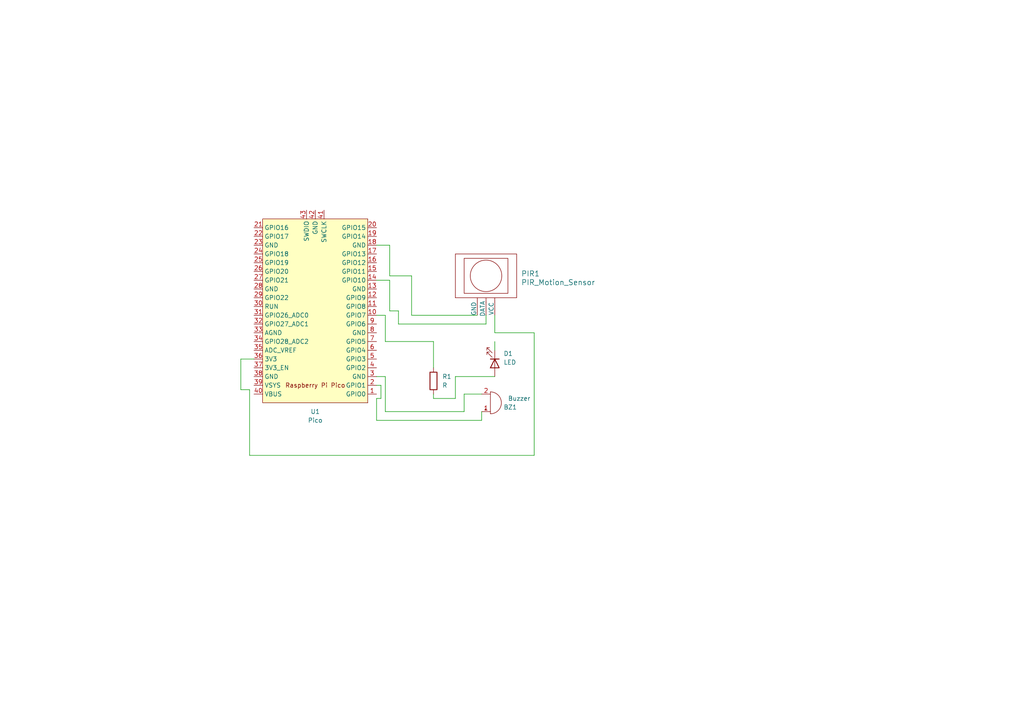
<source format=kicad_sch>
(kicad_sch
	(version 20231120)
	(generator "eeschema")
	(generator_version "8.0")
	(uuid "92fef9a1-26f9-4a9e-92b9-256fe58a9168")
	(paper "A4")
	(lib_symbols
		(symbol "Device:Buzzer"
			(pin_names
				(offset 0.0254) hide)
			(exclude_from_sim no)
			(in_bom yes)
			(on_board yes)
			(property "Reference" "BZ"
				(at 3.81 1.27 0)
				(effects
					(font
						(size 1.27 1.27)
					)
					(justify left)
				)
			)
			(property "Value" "Buzzer"
				(at 3.81 -1.27 0)
				(effects
					(font
						(size 1.27 1.27)
					)
					(justify left)
				)
			)
			(property "Footprint" ""
				(at -0.635 2.54 90)
				(effects
					(font
						(size 1.27 1.27)
					)
					(hide yes)
				)
			)
			(property "Datasheet" "~"
				(at -0.635 2.54 90)
				(effects
					(font
						(size 1.27 1.27)
					)
					(hide yes)
				)
			)
			(property "Description" "Buzzer, polarized"
				(at 0 0 0)
				(effects
					(font
						(size 1.27 1.27)
					)
					(hide yes)
				)
			)
			(property "ki_keywords" "quartz resonator ceramic"
				(at 0 0 0)
				(effects
					(font
						(size 1.27 1.27)
					)
					(hide yes)
				)
			)
			(property "ki_fp_filters" "*Buzzer*"
				(at 0 0 0)
				(effects
					(font
						(size 1.27 1.27)
					)
					(hide yes)
				)
			)
			(symbol "Buzzer_0_1"
				(arc
					(start 0 -3.175)
					(mid 3.1612 0)
					(end 0 3.175)
					(stroke
						(width 0)
						(type default)
					)
					(fill
						(type none)
					)
				)
				(polyline
					(pts
						(xy -1.651 1.905) (xy -1.143 1.905)
					)
					(stroke
						(width 0)
						(type default)
					)
					(fill
						(type none)
					)
				)
				(polyline
					(pts
						(xy -1.397 2.159) (xy -1.397 1.651)
					)
					(stroke
						(width 0)
						(type default)
					)
					(fill
						(type none)
					)
				)
				(polyline
					(pts
						(xy 0 3.175) (xy 0 -3.175)
					)
					(stroke
						(width 0)
						(type default)
					)
					(fill
						(type none)
					)
				)
			)
			(symbol "Buzzer_1_1"
				(pin passive line
					(at -2.54 2.54 0)
					(length 2.54)
					(name "+"
						(effects
							(font
								(size 1.27 1.27)
							)
						)
					)
					(number "1"
						(effects
							(font
								(size 1.27 1.27)
							)
						)
					)
				)
				(pin passive line
					(at -2.54 -2.54 0)
					(length 2.54)
					(name "-"
						(effects
							(font
								(size 1.27 1.27)
							)
						)
					)
					(number "2"
						(effects
							(font
								(size 1.27 1.27)
							)
						)
					)
				)
			)
		)
		(symbol "Device:LED"
			(pin_numbers hide)
			(pin_names
				(offset 1.016) hide)
			(exclude_from_sim no)
			(in_bom yes)
			(on_board yes)
			(property "Reference" "D"
				(at 0 2.54 0)
				(effects
					(font
						(size 1.27 1.27)
					)
				)
			)
			(property "Value" "LED"
				(at 0 -2.54 0)
				(effects
					(font
						(size 1.27 1.27)
					)
				)
			)
			(property "Footprint" ""
				(at 0 0 0)
				(effects
					(font
						(size 1.27 1.27)
					)
					(hide yes)
				)
			)
			(property "Datasheet" "~"
				(at 0 0 0)
				(effects
					(font
						(size 1.27 1.27)
					)
					(hide yes)
				)
			)
			(property "Description" "Light emitting diode"
				(at 0 0 0)
				(effects
					(font
						(size 1.27 1.27)
					)
					(hide yes)
				)
			)
			(property "ki_keywords" "LED diode"
				(at 0 0 0)
				(effects
					(font
						(size 1.27 1.27)
					)
					(hide yes)
				)
			)
			(property "ki_fp_filters" "LED* LED_SMD:* LED_THT:*"
				(at 0 0 0)
				(effects
					(font
						(size 1.27 1.27)
					)
					(hide yes)
				)
			)
			(symbol "LED_0_1"
				(polyline
					(pts
						(xy -1.27 -1.27) (xy -1.27 1.27)
					)
					(stroke
						(width 0.254)
						(type default)
					)
					(fill
						(type none)
					)
				)
				(polyline
					(pts
						(xy -1.27 0) (xy 1.27 0)
					)
					(stroke
						(width 0)
						(type default)
					)
					(fill
						(type none)
					)
				)
				(polyline
					(pts
						(xy 1.27 -1.27) (xy 1.27 1.27) (xy -1.27 0) (xy 1.27 -1.27)
					)
					(stroke
						(width 0.254)
						(type default)
					)
					(fill
						(type none)
					)
				)
				(polyline
					(pts
						(xy -3.048 -0.762) (xy -4.572 -2.286) (xy -3.81 -2.286) (xy -4.572 -2.286) (xy -4.572 -1.524)
					)
					(stroke
						(width 0)
						(type default)
					)
					(fill
						(type none)
					)
				)
				(polyline
					(pts
						(xy -1.778 -0.762) (xy -3.302 -2.286) (xy -2.54 -2.286) (xy -3.302 -2.286) (xy -3.302 -1.524)
					)
					(stroke
						(width 0)
						(type default)
					)
					(fill
						(type none)
					)
				)
			)
			(symbol "LED_1_1"
				(pin passive line
					(at -3.81 0 0)
					(length 2.54)
					(name "K"
						(effects
							(font
								(size 1.27 1.27)
							)
						)
					)
					(number "1"
						(effects
							(font
								(size 1.27 1.27)
							)
						)
					)
				)
				(pin passive line
					(at 3.81 0 180)
					(length 2.54)
					(name "A"
						(effects
							(font
								(size 1.27 1.27)
							)
						)
					)
					(number "2"
						(effects
							(font
								(size 1.27 1.27)
							)
						)
					)
				)
			)
		)
		(symbol "Device:R"
			(pin_numbers hide)
			(pin_names
				(offset 0)
			)
			(exclude_from_sim no)
			(in_bom yes)
			(on_board yes)
			(property "Reference" "R"
				(at 2.032 0 90)
				(effects
					(font
						(size 1.27 1.27)
					)
				)
			)
			(property "Value" "R"
				(at 0 0 90)
				(effects
					(font
						(size 1.27 1.27)
					)
				)
			)
			(property "Footprint" ""
				(at -1.778 0 90)
				(effects
					(font
						(size 1.27 1.27)
					)
					(hide yes)
				)
			)
			(property "Datasheet" "~"
				(at 0 0 0)
				(effects
					(font
						(size 1.27 1.27)
					)
					(hide yes)
				)
			)
			(property "Description" "Resistor"
				(at 0 0 0)
				(effects
					(font
						(size 1.27 1.27)
					)
					(hide yes)
				)
			)
			(property "ki_keywords" "R res resistor"
				(at 0 0 0)
				(effects
					(font
						(size 1.27 1.27)
					)
					(hide yes)
				)
			)
			(property "ki_fp_filters" "R_*"
				(at 0 0 0)
				(effects
					(font
						(size 1.27 1.27)
					)
					(hide yes)
				)
			)
			(symbol "R_0_1"
				(rectangle
					(start -1.016 -2.54)
					(end 1.016 2.54)
					(stroke
						(width 0.254)
						(type default)
					)
					(fill
						(type none)
					)
				)
			)
			(symbol "R_1_1"
				(pin passive line
					(at 0 3.81 270)
					(length 1.27)
					(name "~"
						(effects
							(font
								(size 1.27 1.27)
							)
						)
					)
					(number "1"
						(effects
							(font
								(size 1.27 1.27)
							)
						)
					)
				)
				(pin passive line
					(at 0 -3.81 90)
					(length 1.27)
					(name "~"
						(effects
							(font
								(size 1.27 1.27)
							)
						)
					)
					(number "2"
						(effects
							(font
								(size 1.27 1.27)
							)
						)
					)
				)
			)
		)
		(symbol "MCU_RaspberryPi_and_Boards:Pico"
			(exclude_from_sim no)
			(in_bom yes)
			(on_board yes)
			(property "Reference" "U"
				(at -13.97 27.94 0)
				(effects
					(font
						(size 1.27 1.27)
					)
				)
			)
			(property "Value" "Pico"
				(at 0 19.05 0)
				(effects
					(font
						(size 1.27 1.27)
					)
				)
			)
			(property "Footprint" "RPi_Pico:RPi_Pico_SMD_TH"
				(at 0 0 90)
				(effects
					(font
						(size 1.27 1.27)
					)
					(hide yes)
				)
			)
			(property "Datasheet" ""
				(at 0 0 0)
				(effects
					(font
						(size 1.27 1.27)
					)
					(hide yes)
				)
			)
			(property "Description" ""
				(at 0 0 0)
				(effects
					(font
						(size 1.27 1.27)
					)
					(hide yes)
				)
			)
			(symbol "Pico_0_0"
				(text "Raspberry Pi Pico"
					(at 0 21.59 0)
					(effects
						(font
							(size 1.27 1.27)
						)
					)
				)
			)
			(symbol "Pico_0_1"
				(rectangle
					(start -15.24 26.67)
					(end 15.24 -26.67)
					(stroke
						(width 0)
						(type default)
					)
					(fill
						(type background)
					)
				)
			)
			(symbol "Pico_1_1"
				(pin bidirectional line
					(at -17.78 24.13 0)
					(length 2.54)
					(name "GPIO0"
						(effects
							(font
								(size 1.27 1.27)
							)
						)
					)
					(number "1"
						(effects
							(font
								(size 1.27 1.27)
							)
						)
					)
				)
				(pin bidirectional line
					(at -17.78 1.27 0)
					(length 2.54)
					(name "GPIO7"
						(effects
							(font
								(size 1.27 1.27)
							)
						)
					)
					(number "10"
						(effects
							(font
								(size 1.27 1.27)
							)
						)
					)
				)
				(pin bidirectional line
					(at -17.78 -1.27 0)
					(length 2.54)
					(name "GPIO8"
						(effects
							(font
								(size 1.27 1.27)
							)
						)
					)
					(number "11"
						(effects
							(font
								(size 1.27 1.27)
							)
						)
					)
				)
				(pin bidirectional line
					(at -17.78 -3.81 0)
					(length 2.54)
					(name "GPIO9"
						(effects
							(font
								(size 1.27 1.27)
							)
						)
					)
					(number "12"
						(effects
							(font
								(size 1.27 1.27)
							)
						)
					)
				)
				(pin power_in line
					(at -17.78 -6.35 0)
					(length 2.54)
					(name "GND"
						(effects
							(font
								(size 1.27 1.27)
							)
						)
					)
					(number "13"
						(effects
							(font
								(size 1.27 1.27)
							)
						)
					)
				)
				(pin bidirectional line
					(at -17.78 -8.89 0)
					(length 2.54)
					(name "GPIO10"
						(effects
							(font
								(size 1.27 1.27)
							)
						)
					)
					(number "14"
						(effects
							(font
								(size 1.27 1.27)
							)
						)
					)
				)
				(pin bidirectional line
					(at -17.78 -11.43 0)
					(length 2.54)
					(name "GPIO11"
						(effects
							(font
								(size 1.27 1.27)
							)
						)
					)
					(number "15"
						(effects
							(font
								(size 1.27 1.27)
							)
						)
					)
				)
				(pin bidirectional line
					(at -17.78 -13.97 0)
					(length 2.54)
					(name "GPIO12"
						(effects
							(font
								(size 1.27 1.27)
							)
						)
					)
					(number "16"
						(effects
							(font
								(size 1.27 1.27)
							)
						)
					)
				)
				(pin bidirectional line
					(at -17.78 -16.51 0)
					(length 2.54)
					(name "GPIO13"
						(effects
							(font
								(size 1.27 1.27)
							)
						)
					)
					(number "17"
						(effects
							(font
								(size 1.27 1.27)
							)
						)
					)
				)
				(pin power_in line
					(at -17.78 -19.05 0)
					(length 2.54)
					(name "GND"
						(effects
							(font
								(size 1.27 1.27)
							)
						)
					)
					(number "18"
						(effects
							(font
								(size 1.27 1.27)
							)
						)
					)
				)
				(pin bidirectional line
					(at -17.78 -21.59 0)
					(length 2.54)
					(name "GPIO14"
						(effects
							(font
								(size 1.27 1.27)
							)
						)
					)
					(number "19"
						(effects
							(font
								(size 1.27 1.27)
							)
						)
					)
				)
				(pin bidirectional line
					(at -17.78 21.59 0)
					(length 2.54)
					(name "GPIO1"
						(effects
							(font
								(size 1.27 1.27)
							)
						)
					)
					(number "2"
						(effects
							(font
								(size 1.27 1.27)
							)
						)
					)
				)
				(pin bidirectional line
					(at -17.78 -24.13 0)
					(length 2.54)
					(name "GPIO15"
						(effects
							(font
								(size 1.27 1.27)
							)
						)
					)
					(number "20"
						(effects
							(font
								(size 1.27 1.27)
							)
						)
					)
				)
				(pin bidirectional line
					(at 17.78 -24.13 180)
					(length 2.54)
					(name "GPIO16"
						(effects
							(font
								(size 1.27 1.27)
							)
						)
					)
					(number "21"
						(effects
							(font
								(size 1.27 1.27)
							)
						)
					)
				)
				(pin bidirectional line
					(at 17.78 -21.59 180)
					(length 2.54)
					(name "GPIO17"
						(effects
							(font
								(size 1.27 1.27)
							)
						)
					)
					(number "22"
						(effects
							(font
								(size 1.27 1.27)
							)
						)
					)
				)
				(pin power_in line
					(at 17.78 -19.05 180)
					(length 2.54)
					(name "GND"
						(effects
							(font
								(size 1.27 1.27)
							)
						)
					)
					(number "23"
						(effects
							(font
								(size 1.27 1.27)
							)
						)
					)
				)
				(pin bidirectional line
					(at 17.78 -16.51 180)
					(length 2.54)
					(name "GPIO18"
						(effects
							(font
								(size 1.27 1.27)
							)
						)
					)
					(number "24"
						(effects
							(font
								(size 1.27 1.27)
							)
						)
					)
				)
				(pin bidirectional line
					(at 17.78 -13.97 180)
					(length 2.54)
					(name "GPIO19"
						(effects
							(font
								(size 1.27 1.27)
							)
						)
					)
					(number "25"
						(effects
							(font
								(size 1.27 1.27)
							)
						)
					)
				)
				(pin bidirectional line
					(at 17.78 -11.43 180)
					(length 2.54)
					(name "GPIO20"
						(effects
							(font
								(size 1.27 1.27)
							)
						)
					)
					(number "26"
						(effects
							(font
								(size 1.27 1.27)
							)
						)
					)
				)
				(pin bidirectional line
					(at 17.78 -8.89 180)
					(length 2.54)
					(name "GPIO21"
						(effects
							(font
								(size 1.27 1.27)
							)
						)
					)
					(number "27"
						(effects
							(font
								(size 1.27 1.27)
							)
						)
					)
				)
				(pin power_in line
					(at 17.78 -6.35 180)
					(length 2.54)
					(name "GND"
						(effects
							(font
								(size 1.27 1.27)
							)
						)
					)
					(number "28"
						(effects
							(font
								(size 1.27 1.27)
							)
						)
					)
				)
				(pin bidirectional line
					(at 17.78 -3.81 180)
					(length 2.54)
					(name "GPIO22"
						(effects
							(font
								(size 1.27 1.27)
							)
						)
					)
					(number "29"
						(effects
							(font
								(size 1.27 1.27)
							)
						)
					)
				)
				(pin power_in line
					(at -17.78 19.05 0)
					(length 2.54)
					(name "GND"
						(effects
							(font
								(size 1.27 1.27)
							)
						)
					)
					(number "3"
						(effects
							(font
								(size 1.27 1.27)
							)
						)
					)
				)
				(pin input line
					(at 17.78 -1.27 180)
					(length 2.54)
					(name "RUN"
						(effects
							(font
								(size 1.27 1.27)
							)
						)
					)
					(number "30"
						(effects
							(font
								(size 1.27 1.27)
							)
						)
					)
				)
				(pin bidirectional line
					(at 17.78 1.27 180)
					(length 2.54)
					(name "GPIO26_ADC0"
						(effects
							(font
								(size 1.27 1.27)
							)
						)
					)
					(number "31"
						(effects
							(font
								(size 1.27 1.27)
							)
						)
					)
				)
				(pin bidirectional line
					(at 17.78 3.81 180)
					(length 2.54)
					(name "GPIO27_ADC1"
						(effects
							(font
								(size 1.27 1.27)
							)
						)
					)
					(number "32"
						(effects
							(font
								(size 1.27 1.27)
							)
						)
					)
				)
				(pin power_in line
					(at 17.78 6.35 180)
					(length 2.54)
					(name "AGND"
						(effects
							(font
								(size 1.27 1.27)
							)
						)
					)
					(number "33"
						(effects
							(font
								(size 1.27 1.27)
							)
						)
					)
				)
				(pin bidirectional line
					(at 17.78 8.89 180)
					(length 2.54)
					(name "GPIO28_ADC2"
						(effects
							(font
								(size 1.27 1.27)
							)
						)
					)
					(number "34"
						(effects
							(font
								(size 1.27 1.27)
							)
						)
					)
				)
				(pin power_in line
					(at 17.78 11.43 180)
					(length 2.54)
					(name "ADC_VREF"
						(effects
							(font
								(size 1.27 1.27)
							)
						)
					)
					(number "35"
						(effects
							(font
								(size 1.27 1.27)
							)
						)
					)
				)
				(pin power_in line
					(at 17.78 13.97 180)
					(length 2.54)
					(name "3V3"
						(effects
							(font
								(size 1.27 1.27)
							)
						)
					)
					(number "36"
						(effects
							(font
								(size 1.27 1.27)
							)
						)
					)
				)
				(pin input line
					(at 17.78 16.51 180)
					(length 2.54)
					(name "3V3_EN"
						(effects
							(font
								(size 1.27 1.27)
							)
						)
					)
					(number "37"
						(effects
							(font
								(size 1.27 1.27)
							)
						)
					)
				)
				(pin bidirectional line
					(at 17.78 19.05 180)
					(length 2.54)
					(name "GND"
						(effects
							(font
								(size 1.27 1.27)
							)
						)
					)
					(number "38"
						(effects
							(font
								(size 1.27 1.27)
							)
						)
					)
				)
				(pin power_in line
					(at 17.78 21.59 180)
					(length 2.54)
					(name "VSYS"
						(effects
							(font
								(size 1.27 1.27)
							)
						)
					)
					(number "39"
						(effects
							(font
								(size 1.27 1.27)
							)
						)
					)
				)
				(pin bidirectional line
					(at -17.78 16.51 0)
					(length 2.54)
					(name "GPIO2"
						(effects
							(font
								(size 1.27 1.27)
							)
						)
					)
					(number "4"
						(effects
							(font
								(size 1.27 1.27)
							)
						)
					)
				)
				(pin power_in line
					(at 17.78 24.13 180)
					(length 2.54)
					(name "VBUS"
						(effects
							(font
								(size 1.27 1.27)
							)
						)
					)
					(number "40"
						(effects
							(font
								(size 1.27 1.27)
							)
						)
					)
				)
				(pin input line
					(at -2.54 -29.21 90)
					(length 2.54)
					(name "SWCLK"
						(effects
							(font
								(size 1.27 1.27)
							)
						)
					)
					(number "41"
						(effects
							(font
								(size 1.27 1.27)
							)
						)
					)
				)
				(pin power_in line
					(at 0 -29.21 90)
					(length 2.54)
					(name "GND"
						(effects
							(font
								(size 1.27 1.27)
							)
						)
					)
					(number "42"
						(effects
							(font
								(size 1.27 1.27)
							)
						)
					)
				)
				(pin bidirectional line
					(at 2.54 -29.21 90)
					(length 2.54)
					(name "SWDIO"
						(effects
							(font
								(size 1.27 1.27)
							)
						)
					)
					(number "43"
						(effects
							(font
								(size 1.27 1.27)
							)
						)
					)
				)
				(pin bidirectional line
					(at -17.78 13.97 0)
					(length 2.54)
					(name "GPIO3"
						(effects
							(font
								(size 1.27 1.27)
							)
						)
					)
					(number "5"
						(effects
							(font
								(size 1.27 1.27)
							)
						)
					)
				)
				(pin bidirectional line
					(at -17.78 11.43 0)
					(length 2.54)
					(name "GPIO4"
						(effects
							(font
								(size 1.27 1.27)
							)
						)
					)
					(number "6"
						(effects
							(font
								(size 1.27 1.27)
							)
						)
					)
				)
				(pin bidirectional line
					(at -17.78 8.89 0)
					(length 2.54)
					(name "GPIO5"
						(effects
							(font
								(size 1.27 1.27)
							)
						)
					)
					(number "7"
						(effects
							(font
								(size 1.27 1.27)
							)
						)
					)
				)
				(pin power_in line
					(at -17.78 6.35 0)
					(length 2.54)
					(name "GND"
						(effects
							(font
								(size 1.27 1.27)
							)
						)
					)
					(number "8"
						(effects
							(font
								(size 1.27 1.27)
							)
						)
					)
				)
				(pin bidirectional line
					(at -17.78 3.81 0)
					(length 2.54)
					(name "GPIO6"
						(effects
							(font
								(size 1.27 1.27)
							)
						)
					)
					(number "9"
						(effects
							(font
								(size 1.27 1.27)
							)
						)
					)
				)
			)
		)
		(symbol "sensors:PIR_Motion_Sensor"
			(pin_numbers hide)
			(pin_names
				(offset 0)
			)
			(exclude_from_sim no)
			(in_bom yes)
			(on_board yes)
			(property "Reference" "PIR"
				(at 0 22.86 0)
				(effects
					(font
						(size 1.524 1.524)
					)
				)
			)
			(property "Value" "PIR_Motion_Sensor"
				(at 0 20.32 0)
				(effects
					(font
						(size 1.524 1.524)
					)
				)
			)
			(property "Footprint" ""
				(at 0 20.32 0)
				(effects
					(font
						(size 1.524 1.524)
					)
				)
			)
			(property "Datasheet" ""
				(at 0 20.32 0)
				(effects
					(font
						(size 1.524 1.524)
					)
				)
			)
			(property "Description" "PIR motion sensor"
				(at 0 0 0)
				(effects
					(font
						(size 1.27 1.27)
					)
					(hide yes)
				)
			)
			(property "ki_keywords" "motion, sensor, pyroelectric, infrared, ir"
				(at 0 0 0)
				(effects
					(font
						(size 1.27 1.27)
					)
					(hide yes)
				)
			)
			(symbol "PIR_Motion_Sensor_0_1"
				(rectangle
					(start -8.89 5.08)
					(end -8.89 5.08)
					(stroke
						(width 0)
						(type solid)
					)
					(fill
						(type none)
					)
				)
				(rectangle
					(start -8.89 5.08)
					(end 8.89 17.78)
					(stroke
						(width 0)
						(type solid)
					)
					(fill
						(type none)
					)
				)
				(rectangle
					(start -6.35 16.51)
					(end 6.35 6.35)
					(stroke
						(width 0)
						(type solid)
					)
					(fill
						(type none)
					)
				)
				(polyline
					(pts
						(xy -2.54 3.81) (xy -2.54 5.08)
					)
					(stroke
						(width 0)
						(type solid)
					)
					(fill
						(type none)
					)
				)
				(polyline
					(pts
						(xy 0 3.81) (xy 0 5.08)
					)
					(stroke
						(width 0)
						(type solid)
					)
					(fill
						(type none)
					)
				)
				(polyline
					(pts
						(xy 2.54 3.81) (xy 2.54 5.08)
					)
					(stroke
						(width 0)
						(type solid)
					)
					(fill
						(type none)
					)
				)
				(circle
					(center 0 11.43)
					(radius 4.572)
					(stroke
						(width 0)
						(type solid)
					)
					(fill
						(type none)
					)
				)
			)
			(symbol "PIR_Motion_Sensor_1_1"
				(pin power_in line
					(at -2.54 0 90)
					(length 3.81)
					(name "GND"
						(effects
							(font
								(size 1.27 1.27)
							)
						)
					)
					(number "1"
						(effects
							(font
								(size 1.27 1.27)
							)
						)
					)
				)
				(pin output line
					(at 0 0 90)
					(length 3.81)
					(name "DATA"
						(effects
							(font
								(size 1.27 1.27)
							)
						)
					)
					(number "2"
						(effects
							(font
								(size 1.27 1.27)
							)
						)
					)
				)
				(pin power_in line
					(at 2.54 0 90)
					(length 3.81)
					(name "VCC"
						(effects
							(font
								(size 1.27 1.27)
							)
						)
					)
					(number "3"
						(effects
							(font
								(size 1.27 1.27)
							)
						)
					)
				)
			)
		)
	)
	(wire
		(pts
			(xy 139.7 114.3) (xy 134.62 114.3)
		)
		(stroke
			(width 0)
			(type default)
		)
		(uuid "03a65049-9eae-4deb-add7-bb316ee7b5ab")
	)
	(wire
		(pts
			(xy 109.22 71.12) (xy 113.03 71.12)
		)
		(stroke
			(width 0)
			(type default)
		)
		(uuid "04004fa2-d324-455d-9579-42f4410396c5")
	)
	(wire
		(pts
			(xy 143.51 91.44) (xy 143.51 96.52)
		)
		(stroke
			(width 0)
			(type default)
		)
		(uuid "0acb629b-45ce-45ba-a364-d2aa2af87e95")
	)
	(wire
		(pts
			(xy 72.39 113.03) (xy 69.85 113.03)
		)
		(stroke
			(width 0)
			(type default)
		)
		(uuid "0f195e86-e1b8-4030-96af-ffb0eb837ec7")
	)
	(wire
		(pts
			(xy 143.51 109.22) (xy 132.08 109.22)
		)
		(stroke
			(width 0)
			(type default)
		)
		(uuid "1d35a495-6b13-4f03-af69-b6dc02429c4d")
	)
	(wire
		(pts
			(xy 134.62 119.38) (xy 111.76 119.38)
		)
		(stroke
			(width 0)
			(type default)
		)
		(uuid "2102a5c1-62ab-48ea-bf6d-2b9195b34948")
	)
	(wire
		(pts
			(xy 109.22 91.44) (xy 111.76 91.44)
		)
		(stroke
			(width 0)
			(type default)
		)
		(uuid "327f5d85-9c02-48a2-b1a3-aafcaf8cc0e4")
	)
	(wire
		(pts
			(xy 113.03 81.28) (xy 113.03 90.17)
		)
		(stroke
			(width 0)
			(type default)
		)
		(uuid "367d8fcb-bfd7-4605-8a0f-466bc1be31d4")
	)
	(wire
		(pts
			(xy 140.97 91.44) (xy 140.97 93.98)
		)
		(stroke
			(width 0)
			(type default)
		)
		(uuid "40178852-0797-4822-9d9d-de766929c477")
	)
	(wire
		(pts
			(xy 110.49 115.57) (xy 110.49 111.76)
		)
		(stroke
			(width 0)
			(type default)
		)
		(uuid "42bdd7e0-1946-4575-a282-e9d2d4000093")
	)
	(wire
		(pts
			(xy 154.94 96.52) (xy 154.94 132.08)
		)
		(stroke
			(width 0)
			(type default)
		)
		(uuid "4c330a92-3a91-4359-9a25-d95435028923")
	)
	(wire
		(pts
			(xy 119.38 80.01) (xy 113.03 80.01)
		)
		(stroke
			(width 0)
			(type default)
		)
		(uuid "52c679e6-1f8d-4a99-b391-02e8a6a6d855")
	)
	(wire
		(pts
			(xy 125.73 99.06) (xy 125.73 106.68)
		)
		(stroke
			(width 0)
			(type default)
		)
		(uuid "5bb73eb7-8a0d-49cc-8bd5-051dc5f1e5f1")
	)
	(wire
		(pts
			(xy 115.57 90.17) (xy 113.03 90.17)
		)
		(stroke
			(width 0)
			(type default)
		)
		(uuid "62b79c34-d4de-4eea-a60b-1dba6fd95470")
	)
	(wire
		(pts
			(xy 143.51 101.6) (xy 143.51 99.06)
		)
		(stroke
			(width 0)
			(type default)
		)
		(uuid "63dfa879-afe7-4f4d-b25f-2cc8c3026716")
	)
	(wire
		(pts
			(xy 72.39 132.08) (xy 72.39 113.03)
		)
		(stroke
			(width 0)
			(type default)
		)
		(uuid "6eabcf3f-13b0-490c-9828-616bf7964a01")
	)
	(wire
		(pts
			(xy 140.97 93.98) (xy 115.57 93.98)
		)
		(stroke
			(width 0)
			(type default)
		)
		(uuid "71826925-35fb-4626-b75b-dfa91c4af502")
	)
	(wire
		(pts
			(xy 125.73 114.3) (xy 125.73 115.57)
		)
		(stroke
			(width 0)
			(type default)
		)
		(uuid "76bbd2e6-e632-43b3-8df4-84b5c199e452")
	)
	(wire
		(pts
			(xy 109.22 81.28) (xy 113.03 81.28)
		)
		(stroke
			(width 0)
			(type default)
		)
		(uuid "90a5e5e5-212e-4231-b81e-08146db2df08")
	)
	(wire
		(pts
			(xy 111.76 109.22) (xy 109.22 109.22)
		)
		(stroke
			(width 0)
			(type default)
		)
		(uuid "977708e9-0595-4bba-a368-80919b93f0d7")
	)
	(wire
		(pts
			(xy 109.22 115.57) (xy 110.49 115.57)
		)
		(stroke
			(width 0)
			(type default)
		)
		(uuid "987d5102-5a07-4409-b10e-60eb25504318")
	)
	(wire
		(pts
			(xy 132.08 115.57) (xy 125.73 115.57)
		)
		(stroke
			(width 0)
			(type default)
		)
		(uuid "9c221717-215d-4d9b-9fa7-827034424882")
	)
	(wire
		(pts
			(xy 154.94 132.08) (xy 72.39 132.08)
		)
		(stroke
			(width 0)
			(type default)
		)
		(uuid "9e8a69f2-b36b-41ac-8456-15eace0d3067")
	)
	(wire
		(pts
			(xy 139.7 121.92) (xy 109.22 121.92)
		)
		(stroke
			(width 0)
			(type default)
		)
		(uuid "a17bb8db-9985-44f3-867d-eea607971381")
	)
	(wire
		(pts
			(xy 111.76 119.38) (xy 111.76 109.22)
		)
		(stroke
			(width 0)
			(type default)
		)
		(uuid "b454d1bc-0c13-4ec6-8d57-9eb395a58671")
	)
	(wire
		(pts
			(xy 132.08 109.22) (xy 132.08 115.57)
		)
		(stroke
			(width 0)
			(type default)
		)
		(uuid "ba79ef6d-e387-45ee-8501-bc1a37020bde")
	)
	(wire
		(pts
			(xy 111.76 99.06) (xy 111.76 91.44)
		)
		(stroke
			(width 0)
			(type default)
		)
		(uuid "be420de6-4066-4934-84ea-377325c5eb3d")
	)
	(wire
		(pts
			(xy 134.62 114.3) (xy 134.62 119.38)
		)
		(stroke
			(width 0)
			(type default)
		)
		(uuid "c1ab6c4a-f28a-4784-b9b3-bb9cfb4d750e")
	)
	(wire
		(pts
			(xy 119.38 91.44) (xy 119.38 80.01)
		)
		(stroke
			(width 0)
			(type default)
		)
		(uuid "cece8297-dd2b-4b0e-b466-e68d4aeee46d")
	)
	(wire
		(pts
			(xy 69.85 113.03) (xy 69.85 104.14)
		)
		(stroke
			(width 0)
			(type default)
		)
		(uuid "d409bd05-ebf0-43d8-a35f-e3291e0c6bb8")
	)
	(wire
		(pts
			(xy 139.7 119.38) (xy 139.7 121.92)
		)
		(stroke
			(width 0)
			(type default)
		)
		(uuid "d6059d0f-113e-4a4c-b017-18a478c75222")
	)
	(wire
		(pts
			(xy 125.73 99.06) (xy 111.76 99.06)
		)
		(stroke
			(width 0)
			(type default)
		)
		(uuid "d667c490-6d6c-40db-8ebf-42e59fbeb64a")
	)
	(wire
		(pts
			(xy 110.49 111.76) (xy 109.22 111.76)
		)
		(stroke
			(width 0)
			(type default)
		)
		(uuid "daa38c24-a232-4c69-8abf-c25eafb9caf2")
	)
	(wire
		(pts
			(xy 143.51 96.52) (xy 154.94 96.52)
		)
		(stroke
			(width 0)
			(type default)
		)
		(uuid "dd79b7b9-c925-48bc-a498-3006598ef35c")
	)
	(wire
		(pts
			(xy 138.43 91.44) (xy 119.38 91.44)
		)
		(stroke
			(width 0)
			(type default)
		)
		(uuid "dd964b01-fe92-45e1-a629-0e787aeda111")
	)
	(wire
		(pts
			(xy 115.57 93.98) (xy 115.57 90.17)
		)
		(stroke
			(width 0)
			(type default)
		)
		(uuid "e8594037-a335-46ea-8324-9e5a68c6086b")
	)
	(wire
		(pts
			(xy 69.85 104.14) (xy 73.66 104.14)
		)
		(stroke
			(width 0)
			(type default)
		)
		(uuid "f060a608-6e0b-42fa-8c1e-c856d6fff794")
	)
	(wire
		(pts
			(xy 109.22 121.92) (xy 109.22 115.57)
		)
		(stroke
			(width 0)
			(type default)
		)
		(uuid "f2699a92-c4fe-481b-9911-0e47a0872e5f")
	)
	(wire
		(pts
			(xy 113.03 80.01) (xy 113.03 71.12)
		)
		(stroke
			(width 0)
			(type default)
		)
		(uuid "fe5a2794-2008-4580-be73-855950f4c8e9")
	)
	(symbol
		(lib_id "Device:Buzzer")
		(at 142.24 116.84 0)
		(mirror x)
		(unit 1)
		(exclude_from_sim no)
		(in_bom yes)
		(on_board yes)
		(dnp no)
		(uuid "8b0f55ce-2577-4bbb-8ea8-7fa8c6e331ae")
		(property "Reference" "BZ1"
			(at 146.05 118.1101 0)
			(effects
				(font
					(size 1.27 1.27)
				)
				(justify left)
			)
		)
		(property "Value" "Buzzer"
			(at 147.32 115.57 0)
			(effects
				(font
					(size 1.27 1.27)
				)
				(justify left)
			)
		)
		(property "Footprint" "Buzzer_Beeper:Buzzer_12x9.5RM7.6"
			(at 141.605 119.38 90)
			(effects
				(font
					(size 1.27 1.27)
				)
				(hide yes)
			)
		)
		(property "Datasheet" "~"
			(at 141.605 119.38 90)
			(effects
				(font
					(size 1.27 1.27)
				)
				(hide yes)
			)
		)
		(property "Description" "Buzzer, polarized"
			(at 142.24 116.84 0)
			(effects
				(font
					(size 1.27 1.27)
				)
				(hide yes)
			)
		)
		(pin "2"
			(uuid "ea5bdc41-0807-4396-90a3-14a05e26b18c")
		)
		(pin "1"
			(uuid "0a4dc60c-3c5e-43db-a3bb-89dd7ec21bc2")
		)
		(instances
			(project "project 1"
				(path "/92fef9a1-26f9-4a9e-92b9-256fe58a9168"
					(reference "BZ1")
					(unit 1)
				)
			)
		)
	)
	(symbol
		(lib_id "sensors:PIR_Motion_Sensor")
		(at 140.97 91.44 0)
		(unit 1)
		(exclude_from_sim no)
		(in_bom yes)
		(on_board yes)
		(dnp no)
		(fields_autoplaced yes)
		(uuid "9a7af953-3c21-4e8e-93e9-53940ccd7dcb")
		(property "Reference" "PIR1"
			(at 151.13 79.3749 0)
			(effects
				(font
					(size 1.524 1.524)
				)
				(justify left)
			)
		)
		(property "Value" "PIR_Motion_Sensor"
			(at 151.13 81.9149 0)
			(effects
				(font
					(size 1.524 1.524)
				)
				(justify left)
			)
		)
		(property "Footprint" "Sensor_Motion:InvenSense_QFN-24_3x3mm_P0.4mm"
			(at 140.97 71.12 0)
			(effects
				(font
					(size 1.524 1.524)
				)
				(hide yes)
			)
		)
		(property "Datasheet" ""
			(at 140.97 71.12 0)
			(effects
				(font
					(size 1.524 1.524)
				)
			)
		)
		(property "Description" "PIR motion sensor"
			(at 140.97 91.44 0)
			(effects
				(font
					(size 1.27 1.27)
				)
				(hide yes)
			)
		)
		(pin "2"
			(uuid "39a5b5be-9e16-4380-87eb-d7ea8636e89f")
		)
		(pin "1"
			(uuid "490edb3d-5877-4a39-bfcf-ab78515641aa")
		)
		(pin "3"
			(uuid "ed9963c9-e269-4ae8-b2ba-66770eb3e9bf")
		)
		(instances
			(project "project 1"
				(path "/92fef9a1-26f9-4a9e-92b9-256fe58a9168"
					(reference "PIR1")
					(unit 1)
				)
			)
		)
	)
	(symbol
		(lib_id "Device:LED")
		(at 143.51 105.41 270)
		(unit 1)
		(exclude_from_sim no)
		(in_bom yes)
		(on_board yes)
		(dnp no)
		(fields_autoplaced yes)
		(uuid "dcad7c66-9759-47a2-9d61-048a7bc9637b")
		(property "Reference" "D1"
			(at 146.05 102.5524 90)
			(effects
				(font
					(size 1.27 1.27)
				)
				(justify left)
			)
		)
		(property "Value" "LED"
			(at 146.05 105.0924 90)
			(effects
				(font
					(size 1.27 1.27)
				)
				(justify left)
			)
		)
		(property "Footprint" "LED_THT:LED_D1.8mm_W1.8mm_H2.4mm_Horizontal_O1.27mm_Z1.6mm"
			(at 143.51 105.41 0)
			(effects
				(font
					(size 1.27 1.27)
				)
				(hide yes)
			)
		)
		(property "Datasheet" "~"
			(at 143.51 105.41 0)
			(effects
				(font
					(size 1.27 1.27)
				)
				(hide yes)
			)
		)
		(property "Description" "Light emitting diode"
			(at 143.51 105.41 0)
			(effects
				(font
					(size 1.27 1.27)
				)
				(hide yes)
			)
		)
		(pin "1"
			(uuid "421cbb95-2422-4c27-9e97-fd37a9452ad4")
		)
		(pin "2"
			(uuid "e23f1001-ed77-4fb7-a764-439d692fde07")
		)
		(instances
			(project "project 1"
				(path "/92fef9a1-26f9-4a9e-92b9-256fe58a9168"
					(reference "D1")
					(unit 1)
				)
			)
		)
	)
	(symbol
		(lib_id "MCU_RaspberryPi_and_Boards:Pico")
		(at 91.44 90.17 180)
		(unit 1)
		(exclude_from_sim no)
		(in_bom yes)
		(on_board yes)
		(dnp no)
		(fields_autoplaced yes)
		(uuid "ddf18a9d-9dbb-4a73-9b93-d115159de6f9")
		(property "Reference" "U1"
			(at 91.44 119.38 0)
			(effects
				(font
					(size 1.27 1.27)
				)
			)
		)
		(property "Value" "Pico"
			(at 91.44 121.92 0)
			(effects
				(font
					(size 1.27 1.27)
				)
			)
		)
		(property "Footprint" "MCU_RaspberryPi_and_Boards:RPi_Pico_SMD_TH"
			(at 91.44 90.17 90)
			(effects
				(font
					(size 1.27 1.27)
				)
				(hide yes)
			)
		)
		(property "Datasheet" ""
			(at 91.44 90.17 0)
			(effects
				(font
					(size 1.27 1.27)
				)
				(hide yes)
			)
		)
		(property "Description" ""
			(at 91.44 90.17 0)
			(effects
				(font
					(size 1.27 1.27)
				)
				(hide yes)
			)
		)
		(pin "34"
			(uuid "73c2205c-207f-47ce-a1f8-8e50b976fe63")
		)
		(pin "25"
			(uuid "71e4e764-5184-4b9a-845d-f1e76cba9d24")
		)
		(pin "28"
			(uuid "4920bdc0-76e5-4ad9-aa18-ce30b1383636")
		)
		(pin "24"
			(uuid "4f032740-c1f8-4e52-99ec-3908f6a2a35b")
		)
		(pin "38"
			(uuid "72b8230f-0bc5-42be-a169-ccb099031294")
		)
		(pin "19"
			(uuid "87332258-4518-494d-b5ac-d39b1b8ad04d")
		)
		(pin "42"
			(uuid "d23c6633-e484-48b7-b136-c7402405d7a9")
		)
		(pin "18"
			(uuid "32f96281-e84e-4169-8cd1-5a226e2608f6")
		)
		(pin "7"
			(uuid "d524de32-a836-4941-8f7a-ba698374b230")
		)
		(pin "39"
			(uuid "b582f682-7dae-4a9f-ab33-25a99abdfb13")
		)
		(pin "43"
			(uuid "0ea42beb-0f29-41e9-8af8-d5374ae4d648")
		)
		(pin "9"
			(uuid "e030df85-2834-46be-bf49-c5c2faa1da76")
		)
		(pin "22"
			(uuid "f6852806-4f6f-46c3-acf5-fc23fdb9f543")
		)
		(pin "3"
			(uuid "5726d23b-163e-409d-8153-2af14b6df636")
		)
		(pin "15"
			(uuid "fc982e24-98a3-4045-b822-cc70dda1fa0f")
		)
		(pin "26"
			(uuid "5662a25a-f622-478c-9742-d1e7b23b5d1c")
		)
		(pin "32"
			(uuid "1b4e475a-1dbb-4da7-bced-75a0fab9a8fb")
		)
		(pin "17"
			(uuid "0e4a2617-9336-4b12-a62c-b77f5c029757")
		)
		(pin "23"
			(uuid "3d2b4b9a-d177-41ae-bdc0-4041dfbe875c")
		)
		(pin "12"
			(uuid "67db42d2-eaa7-4514-b09a-e90b5b1be35d")
		)
		(pin "13"
			(uuid "54bfa307-5e06-45aa-aa91-d3005c105d74")
		)
		(pin "29"
			(uuid "83d885da-fdd6-417a-a2ef-c01dd63b3d3b")
		)
		(pin "30"
			(uuid "17fedb55-0acf-4cfb-acff-3b0a84a8eda8")
		)
		(pin "2"
			(uuid "255af258-0f72-469d-8123-03a8226f4e36")
		)
		(pin "14"
			(uuid "bcbd41cb-5852-44c8-b1dc-cb1d1af36ec1")
		)
		(pin "33"
			(uuid "6bcedee5-58b1-4aa7-9935-40c5fd7b7894")
		)
		(pin "16"
			(uuid "8d5fd5e5-3dd3-4742-8d30-4afb768cc278")
		)
		(pin "11"
			(uuid "b34a25ed-e297-4cb1-80e1-274cfd807f64")
		)
		(pin "40"
			(uuid "64258f88-5be5-4e5a-9ab1-4424e84a53be")
		)
		(pin "41"
			(uuid "55a5dcaa-428d-4df4-9626-55c78ecaa322")
		)
		(pin "21"
			(uuid "7c2a179b-bb71-4900-aaf8-d19e9c3fbd42")
		)
		(pin "31"
			(uuid "b2479127-1fcb-43f3-82c1-8ea4c414da8e")
		)
		(pin "35"
			(uuid "844d2a5d-a1ca-456d-a028-2350715e9be8")
		)
		(pin "36"
			(uuid "19053dd9-4bd0-4da5-bc9c-0a7e9ed8c05c")
		)
		(pin "5"
			(uuid "4353cabb-657a-46bd-8897-88a6d357af3c")
		)
		(pin "20"
			(uuid "2dfb93b7-5ab1-4d32-8131-97bcb4e967cd")
		)
		(pin "6"
			(uuid "1f28b059-c0d6-488c-afe7-c3e7beba0ff2")
		)
		(pin "27"
			(uuid "40644569-eca4-4162-a59a-2bba7aa47b16")
		)
		(pin "8"
			(uuid "e75ab0d8-e1a7-4d3d-88ec-d1421621c302")
		)
		(pin "37"
			(uuid "0de03801-fa92-4042-bf36-3358e582c013")
		)
		(pin "4"
			(uuid "e2beabcc-0f32-473f-bf7b-c335cd0ea9bd")
		)
		(pin "1"
			(uuid "23c52012-a2b0-49ad-9b9b-d5651ebb6402")
		)
		(pin "10"
			(uuid "0e3530a1-de4b-430b-b132-9fa61fd6125e")
		)
		(instances
			(project "project 1"
				(path "/92fef9a1-26f9-4a9e-92b9-256fe58a9168"
					(reference "U1")
					(unit 1)
				)
			)
		)
	)
	(symbol
		(lib_id "Device:R")
		(at 125.73 110.49 0)
		(unit 1)
		(exclude_from_sim no)
		(in_bom yes)
		(on_board yes)
		(dnp no)
		(fields_autoplaced yes)
		(uuid "df63707f-e609-40a5-b57b-9ecbcbaae704")
		(property "Reference" "R1"
			(at 128.27 109.2199 0)
			(effects
				(font
					(size 1.27 1.27)
				)
				(justify left)
			)
		)
		(property "Value" "R"
			(at 128.27 111.7599 0)
			(effects
				(font
					(size 1.27 1.27)
				)
				(justify left)
			)
		)
		(property "Footprint" "Resistor_THT:R_Array_SIP4"
			(at 123.952 110.49 90)
			(effects
				(font
					(size 1.27 1.27)
				)
				(hide yes)
			)
		)
		(property "Datasheet" "~"
			(at 125.73 110.49 0)
			(effects
				(font
					(size 1.27 1.27)
				)
				(hide yes)
			)
		)
		(property "Description" "Resistor"
			(at 125.73 110.49 0)
			(effects
				(font
					(size 1.27 1.27)
				)
				(hide yes)
			)
		)
		(pin "2"
			(uuid "f705295e-e028-4b73-90d9-b9fb4998ac85")
		)
		(pin "1"
			(uuid "df58f6c7-fe6e-41fb-98d0-8559f9444901")
		)
		(instances
			(project "project 1"
				(path "/92fef9a1-26f9-4a9e-92b9-256fe58a9168"
					(reference "R1")
					(unit 1)
				)
			)
		)
	)
	(sheet_instances
		(path "/"
			(page "1")
		)
	)
)
</source>
